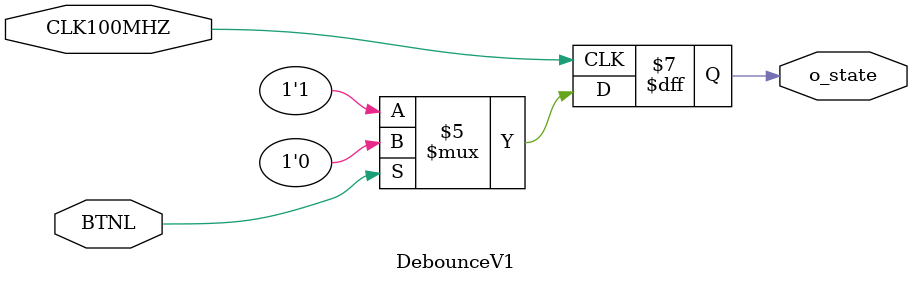
<source format=v>
`timescale 1ns / 1ps

/* Description:
>> CLK100MHZ=0; BTNL=1; o_state=0;  //initial values

>> on the pos edge of clock check if BTNL=0
>> if BTNL=0: then o_state=1
>> else o_state=0

*/


module DebounceV1(
    input CLK100MHZ,
    input BTNL,
    output reg o_state     //the debounced output
    );
    
    
    
    initial begin
        o_state <= 1'b0;
    end
    
    always @ (posedge CLK100MHZ)
    begin
        if(BTNL == 1'b0) begin
            o_state = 1'b1;
        end
        else begin
            o_state = 1'b0;
        end
    end
    
endmodule


</source>
